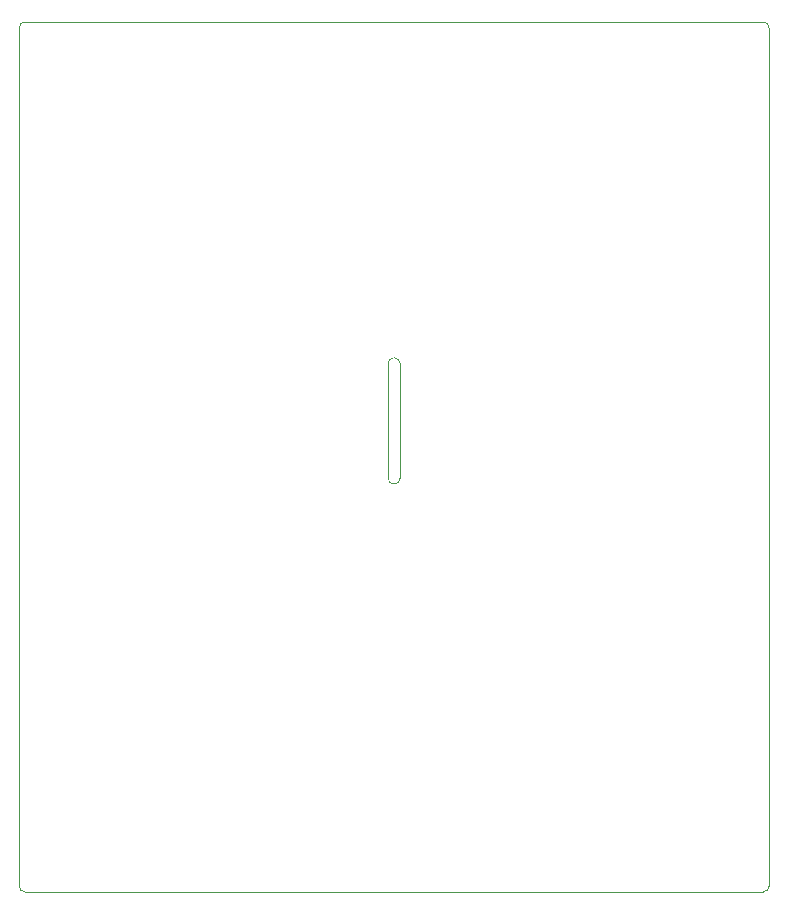
<source format=gm1>
G04 #@! TF.GenerationSoftware,KiCad,Pcbnew,5.1.12-84ad8e8a86~92~ubuntu16.04.1*
G04 #@! TF.CreationDate,2022-12-06T17:37:32+01:00*
G04 #@! TF.ProjectId,Mainboard,4d61696e-626f-4617-9264-2e6b69636164,rev?*
G04 #@! TF.SameCoordinates,Original*
G04 #@! TF.FileFunction,Profile,NP*
%FSLAX46Y46*%
G04 Gerber Fmt 4.6, Leading zero omitted, Abs format (unit mm)*
G04 Created by KiCad (PCBNEW 5.1.12-84ad8e8a86~92~ubuntu16.04.1) date 2022-12-06 17:37:32*
%MOMM*%
%LPD*%
G01*
G04 APERTURE LIST*
G04 #@! TA.AperFunction,Profile*
%ADD10C,0.050000*%
G04 #@! TD*
G04 APERTURE END LIST*
D10*
X190500000Y-53848000D02*
X190500000Y-126492000D01*
X189992000Y-127000000D02*
X127508000Y-127000000D01*
X127000000Y-126492000D02*
X127000000Y-53848000D01*
X127508000Y-53340000D02*
X189992000Y-53340000D01*
X127000000Y-53848000D02*
G75*
G02*
X127508000Y-53340000I508000J0D01*
G01*
X189992000Y-53340000D02*
G75*
G02*
X190500000Y-53848000I0J-508000D01*
G01*
X190500000Y-126492000D02*
G75*
G02*
X189992000Y-127000000I-508000J0D01*
G01*
X127508000Y-127000000D02*
G75*
G02*
X127000000Y-126492000I0J508000D01*
G01*
X158230000Y-91948000D02*
X158230000Y-82296000D01*
X159270000Y-91948000D02*
X159270000Y-82296000D01*
X159270000Y-91948000D02*
G75*
G02*
X158230000Y-91948000I-520000J0D01*
G01*
X158230000Y-82296000D02*
G75*
G02*
X159270000Y-82296000I520000J0D01*
G01*
M02*

</source>
